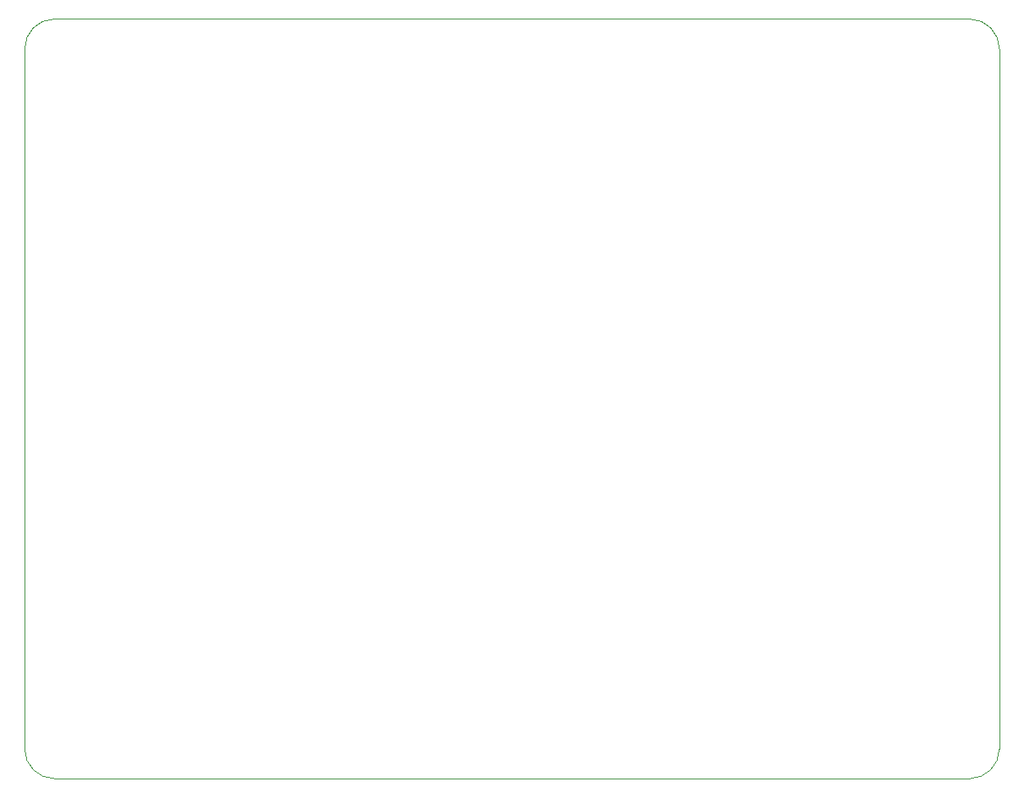
<source format=gbr>
%TF.GenerationSoftware,KiCad,Pcbnew,7.0.1*%
%TF.CreationDate,2023-09-15T11:15:50+09:00*%
%TF.ProjectId,_________,0a070658-9c5f-4cbd-9eef-2e6b69636164,rev?*%
%TF.SameCoordinates,Original*%
%TF.FileFunction,Profile,NP*%
%FSLAX46Y46*%
G04 Gerber Fmt 4.6, Leading zero omitted, Abs format (unit mm)*
G04 Created by KiCad (PCBNEW 7.0.1) date 2023-09-15 11:15:50*
%MOMM*%
%LPD*%
G01*
G04 APERTURE LIST*
%TA.AperFunction,Profile*%
%ADD10C,0.050000*%
%TD*%
G04 APERTURE END LIST*
D10*
X99701100Y-69953600D02*
X99701100Y-140053600D01*
X99701100Y-140053600D02*
G75*
G03*
X102701100Y-143053600I3000000J0D01*
G01*
X102701100Y-143053600D02*
X194301100Y-143053600D01*
X194301100Y-143053600D02*
G75*
G03*
X197301100Y-140053600I0J3000000D01*
G01*
X197301100Y-140053600D02*
X197301100Y-69953600D01*
X197301100Y-69953600D02*
G75*
G03*
X194301100Y-66953600I-3000000J0D01*
G01*
X194301100Y-66953600D02*
X102701100Y-66953600D01*
X102701100Y-66953600D02*
G75*
G03*
X99701100Y-69953600I0J-3000000D01*
G01*
M02*

</source>
